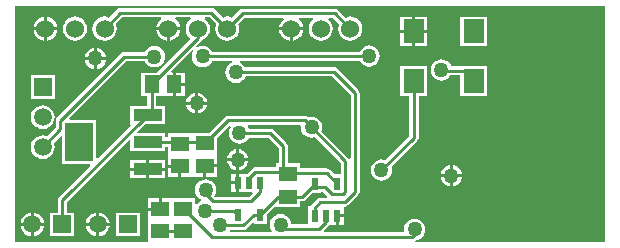
<source format=gtl>
G04 Layer_Physical_Order=1*
G04 Layer_Color=255*
%FSLAX24Y24*%
%MOIN*%
G70*
G01*
G75*
%ADD10R,0.0591X0.0512*%
%ADD11R,0.0236X0.0413*%
%ADD12R,0.0700X0.0790*%
%ADD13R,0.0512X0.0591*%
%ADD14R,0.0945X0.0394*%
%ADD15R,0.0945X0.1299*%
%ADD16C,0.0100*%
%ADD17R,0.0591X0.0591*%
%ADD18C,0.0591*%
%ADD19R,0.0591X0.0591*%
%ADD20C,0.0600*%
%ADD21C,0.0500*%
G36*
X9543Y3865D02*
X9539Y3829D01*
X9551Y3737D01*
X9586Y3652D01*
X9642Y3579D01*
X9715Y3523D01*
X9800Y3488D01*
X9892Y3476D01*
X9983Y3488D01*
X10007Y3498D01*
X10863Y2641D01*
Y2256D01*
X10658D01*
X10499Y2414D01*
X10450Y2447D01*
X10391Y2458D01*
X9509D01*
Y2620D01*
X9100D01*
Y3209D01*
X9088Y3267D01*
X9055Y3317D01*
X8632Y3740D01*
X8582Y3773D01*
X8524Y3785D01*
X7806D01*
X7796Y3808D01*
X7762Y3852D01*
X7787Y3902D01*
X9510D01*
X9543Y3865D01*
D02*
G37*
G36*
X5967Y6384D02*
X5954Y6367D01*
X5919Y6282D01*
X5907Y6191D01*
X5919Y6100D01*
X5954Y6014D01*
X6010Y5941D01*
X6083Y5885D01*
X6168Y5850D01*
X6260Y5838D01*
X6351Y5850D01*
X6436Y5885D01*
X6509Y5941D01*
X6566Y6014D01*
X6575Y6038D01*
X7241D01*
X7251Y5988D01*
X7196Y5965D01*
X7122Y5909D01*
X7066Y5836D01*
X7031Y5751D01*
X7019Y5659D01*
X7031Y5568D01*
X7066Y5483D01*
X7122Y5410D01*
X7196Y5354D01*
X7281Y5318D01*
X7372Y5306D01*
X7463Y5318D01*
X7549Y5354D01*
X7622Y5410D01*
X7678Y5483D01*
X7696Y5526D01*
X10567D01*
X11195Y4897D01*
Y2796D01*
X11145Y2781D01*
X11124Y2812D01*
X10223Y3714D01*
X10233Y3737D01*
X10245Y3829D01*
X10233Y3920D01*
X10197Y4005D01*
X10141Y4078D01*
X10068Y4134D01*
X9983Y4170D01*
X9892Y4182D01*
X9800Y4170D01*
X9777Y4160D01*
X9773Y4163D01*
X9724Y4196D01*
X9665Y4208D01*
X7106D01*
X7048Y4196D01*
X6998Y4163D01*
X6478Y3643D01*
X5943D01*
Y3643D01*
X5897Y3633D01*
Y3633D01*
X5107D01*
Y3490D01*
X5002D01*
Y3633D01*
X4102D01*
X4083Y3680D01*
X4349Y3945D01*
X5002D01*
Y4539D01*
X4720D01*
Y4861D01*
X4909D01*
X4923Y4861D01*
Y4861D01*
X4959D01*
Y4861D01*
X5265D01*
Y5256D01*
Y5651D01*
X5229D01*
X5209Y5697D01*
X5929Y6417D01*
X5967Y6384D01*
D02*
G37*
G36*
X10412Y1532D02*
X10391Y1482D01*
X10177D01*
X10119Y1470D01*
X10069Y1437D01*
X9892Y1260D01*
X9859Y1210D01*
X9855Y1193D01*
X9782D01*
Y596D01*
X9210D01*
X9200Y672D01*
X9164Y757D01*
X9108Y830D01*
X9035Y886D01*
X8950Y922D01*
X8859Y934D01*
X8767Y922D01*
X8682Y886D01*
X8609Y830D01*
X8553Y757D01*
X8518Y672D01*
X8506Y581D01*
X8518Y489D01*
X8553Y404D01*
X8571Y380D01*
X8547Y330D01*
X7187D01*
X7162Y380D01*
X7179Y406D01*
X7611D01*
X7670Y417D01*
X7719Y451D01*
X7915Y646D01*
X7961Y627D01*
Y609D01*
X8397D01*
Y917D01*
X8673Y1193D01*
X8719Y1173D01*
Y1160D01*
X9509D01*
Y1363D01*
X9567D01*
X9625Y1374D01*
X9675Y1408D01*
X9910Y1642D01*
X10218D01*
Y1672D01*
X10268Y1676D01*
X10412Y1532D01*
D02*
G37*
G36*
X19685Y0D02*
X13360D01*
X13337Y50D01*
X13358Y74D01*
X13418Y82D01*
X13503Y117D01*
X13576Y174D01*
X13633Y247D01*
X13668Y332D01*
X13680Y423D01*
X13668Y515D01*
X13633Y600D01*
X13576Y673D01*
X13503Y729D01*
X13418Y764D01*
X13327Y776D01*
X13235Y764D01*
X13150Y729D01*
X13077Y673D01*
X13021Y600D01*
X12986Y515D01*
X12974Y423D01*
X12979Y380D01*
X12936Y330D01*
X10322D01*
X10301Y380D01*
X10482Y561D01*
X10494Y579D01*
X10698D01*
Y886D01*
X10748D01*
Y936D01*
X10966D01*
Y1176D01*
X10994D01*
X11053Y1187D01*
X11102Y1221D01*
X11457Y1575D01*
X11490Y1625D01*
X11501Y1683D01*
Y4961D01*
X11490Y5019D01*
X11457Y5069D01*
X10738Y5787D01*
X10688Y5820D01*
X10630Y5832D01*
X7679D01*
X7678Y5836D01*
X7622Y5909D01*
X7549Y5965D01*
X7493Y5988D01*
X7503Y6038D01*
X11500D01*
X11505Y6024D01*
X11561Y5951D01*
X11635Y5895D01*
X11720Y5860D01*
X11811Y5848D01*
X11902Y5860D01*
X11988Y5895D01*
X12061Y5951D01*
X12117Y6024D01*
X12152Y6109D01*
X12164Y6201D01*
X12152Y6292D01*
X12117Y6377D01*
X12061Y6450D01*
X11988Y6507D01*
X11902Y6542D01*
X11811Y6554D01*
X11720Y6542D01*
X11635Y6507D01*
X11561Y6450D01*
X11505Y6377D01*
X11491Y6344D01*
X6575D01*
X6566Y6367D01*
X6509Y6441D01*
X6436Y6497D01*
X6351Y6532D01*
X6260Y6544D01*
X6168Y6532D01*
X6083Y6497D01*
X6066Y6484D01*
X6033Y6521D01*
X6211Y6698D01*
X6238Y6739D01*
X6304Y6767D01*
X6388Y6831D01*
X6452Y6914D01*
X6492Y7012D01*
X6506Y7116D01*
X6492Y7221D01*
X6452Y7318D01*
X6388Y7401D01*
X6331Y7445D01*
X6348Y7495D01*
X6492D01*
X6717Y7269D01*
X6697Y7221D01*
X6683Y7116D01*
X6697Y7012D01*
X6737Y6914D01*
X6801Y6831D01*
X6885Y6767D01*
X6982Y6726D01*
X7087Y6713D01*
X7191Y6726D01*
X7288Y6767D01*
X7372Y6831D01*
X7436Y6914D01*
X7476Y7012D01*
X7490Y7116D01*
X7476Y7221D01*
X7456Y7269D01*
X7662Y7475D01*
X8941D01*
X8958Y7425D01*
X8927Y7401D01*
X8863Y7318D01*
X8823Y7221D01*
X8816Y7166D01*
X9609D01*
X9602Y7221D01*
X9562Y7318D01*
X9498Y7401D01*
X9467Y7425D01*
X9484Y7475D01*
X9925D01*
X9942Y7425D01*
X9912Y7401D01*
X9847Y7318D01*
X9807Y7221D01*
X9793Y7116D01*
X9807Y7012D01*
X9847Y6914D01*
X9912Y6831D01*
X9995Y6767D01*
X10092Y6726D01*
X10197Y6713D01*
X10301Y6726D01*
X10399Y6767D01*
X10482Y6831D01*
X10546Y6914D01*
X10587Y7012D01*
X10600Y7116D01*
X10587Y7221D01*
X10546Y7318D01*
X10482Y7401D01*
X10451Y7425D01*
X10468Y7475D01*
X10606D01*
X10812Y7269D01*
X10791Y7221D01*
X10778Y7116D01*
X10791Y7012D01*
X10832Y6914D01*
X10896Y6831D01*
X10979Y6767D01*
X11077Y6726D01*
X11181Y6713D01*
X11286Y6726D01*
X11383Y6767D01*
X11466Y6831D01*
X11530Y6914D01*
X11571Y7012D01*
X11585Y7116D01*
X11571Y7221D01*
X11530Y7318D01*
X11466Y7401D01*
X11383Y7466D01*
X11286Y7506D01*
X11181Y7520D01*
X11077Y7506D01*
X11028Y7486D01*
X10777Y7736D01*
X10728Y7769D01*
X10669Y7781D01*
X7598D01*
X7540Y7769D01*
X7490Y7736D01*
X7240Y7486D01*
X7191Y7506D01*
X7087Y7520D01*
X6982Y7506D01*
X6933Y7486D01*
X6663Y7756D01*
X6614Y7789D01*
X6555Y7801D01*
X3524D01*
X3465Y7789D01*
X3415Y7756D01*
X3145Y7486D01*
X3097Y7506D01*
X2992Y7520D01*
X2888Y7506D01*
X2790Y7466D01*
X2707Y7401D01*
X2643Y7318D01*
X2602Y7221D01*
X2589Y7116D01*
X2602Y7012D01*
X2643Y6914D01*
X2707Y6831D01*
X2790Y6767D01*
X2888Y6726D01*
X2992Y6713D01*
X3097Y6726D01*
X3194Y6767D01*
X3277Y6831D01*
X3342Y6914D01*
X3382Y7012D01*
X3396Y7116D01*
X3382Y7221D01*
X3362Y7269D01*
X3587Y7495D01*
X4872D01*
X4889Y7445D01*
X4833Y7401D01*
X4769Y7318D01*
X4728Y7221D01*
X4721Y7166D01*
X5515D01*
X5508Y7221D01*
X5468Y7318D01*
X5403Y7401D01*
X5347Y7445D01*
X5364Y7495D01*
X5857D01*
X5873Y7445D01*
X5817Y7401D01*
X5753Y7318D01*
X5713Y7221D01*
X5699Y7116D01*
X5713Y7012D01*
X5753Y6914D01*
X5817Y6831D01*
X5840Y6813D01*
X5843Y6764D01*
X4731Y5651D01*
X4211D01*
Y4861D01*
X4414D01*
Y4539D01*
X3857D01*
Y3945D01*
X3857D01*
X3874Y3903D01*
X2764Y2794D01*
X2718Y2813D01*
Y4086D01*
X1843D01*
X1824Y4132D01*
X3719Y6028D01*
X4340D01*
X4350Y6005D01*
X4406Y5931D01*
X4479Y5875D01*
X4564Y5840D01*
X4656Y5828D01*
X4747Y5840D01*
X4832Y5875D01*
X4905Y5931D01*
X4961Y6005D01*
X4997Y6090D01*
X5009Y6181D01*
X4997Y6272D01*
X4961Y6358D01*
X4905Y6431D01*
X4832Y6487D01*
X4747Y6522D01*
X4656Y6534D01*
X4564Y6522D01*
X4479Y6487D01*
X4406Y6431D01*
X4350Y6358D01*
X4340Y6334D01*
X3656D01*
X3597Y6322D01*
X3548Y6289D01*
X1415Y4157D01*
X1382Y4107D01*
X1370Y4048D01*
Y3819D01*
X1085Y3533D01*
X1038Y3552D01*
X935Y3566D01*
X832Y3552D01*
X736Y3513D01*
X653Y3449D01*
X590Y3367D01*
X550Y3271D01*
X536Y3167D01*
X550Y3064D01*
X590Y2968D01*
X653Y2885D01*
X736Y2822D01*
X832Y2782D01*
X935Y2769D01*
X1038Y2782D01*
X1134Y2822D01*
X1217Y2885D01*
X1280Y2968D01*
X1320Y3064D01*
X1334Y3167D01*
X1320Y3271D01*
X1301Y3317D01*
X1527Y3543D01*
X1573Y3524D01*
Y2587D01*
X2492D01*
X2512Y2541D01*
X1477Y1506D01*
X1443Y1456D01*
X1432Y1398D01*
Y986D01*
X1189D01*
Y195D01*
X1980D01*
Y986D01*
X1738D01*
Y1334D01*
X3810Y3407D01*
X3857Y3388D01*
Y3040D01*
X5002D01*
Y3184D01*
X5107D01*
Y2935D01*
X5107Y2922D01*
Y2885D01*
X5107Y2872D01*
Y2580D01*
X5502D01*
Y2530D01*
X5552D01*
Y2174D01*
X5897D01*
Y2174D01*
X5943Y2183D01*
X5947Y2183D01*
X6289D01*
Y2539D01*
X6339D01*
Y2589D01*
X6734D01*
Y2882D01*
X6734Y2895D01*
Y2932D01*
X6734Y2945D01*
Y3466D01*
X7148Y3881D01*
X7174Y3878D01*
X7197Y3824D01*
X7184Y3808D01*
X7149Y3723D01*
X7137Y3632D01*
X7149Y3541D01*
X7184Y3455D01*
X7241Y3382D01*
X7314Y3326D01*
X7399Y3291D01*
X7490Y3279D01*
X7582Y3291D01*
X7667Y3326D01*
X7740Y3382D01*
X7796Y3455D01*
X7806Y3479D01*
X8460D01*
X8794Y3145D01*
Y2620D01*
X8719D01*
Y2488D01*
X7999D01*
X7940Y2476D01*
X7891Y2443D01*
X7733Y2285D01*
X7481D01*
Y1978D01*
Y1672D01*
X7906D01*
X7925Y1625D01*
X7811Y1511D01*
X6687D01*
X6651Y1548D01*
X6664Y1566D01*
X6699Y1651D01*
X6711Y1742D01*
X6699Y1833D01*
X6664Y1919D01*
X6608Y1992D01*
X6535Y2048D01*
X6450Y2083D01*
X6358Y2095D01*
X6267Y2083D01*
X6182Y2048D01*
X6109Y1992D01*
X6053Y1919D01*
X6017Y1833D01*
X6005Y1742D01*
X6017Y1651D01*
X6053Y1566D01*
X6109Y1493D01*
X6182Y1436D01*
X6220Y1421D01*
X6219Y1367D01*
X6153Y1339D01*
X6079Y1283D01*
X6065Y1265D01*
X6015Y1282D01*
Y1458D01*
X5238D01*
Y1458D01*
X4893D01*
Y1102D01*
X4843D01*
Y1052D01*
X4447D01*
Y760D01*
X4447Y746D01*
X4447D01*
Y710D01*
X4447D01*
Y0D01*
X0D01*
Y7874D01*
X19685D01*
Y0D01*
D02*
G37*
%LPC*%
G36*
X13755Y5869D02*
X12855D01*
Y4879D01*
X13152D01*
Y3546D01*
X12339Y2733D01*
X12316Y2743D01*
X12224Y2755D01*
X12133Y2743D01*
X12048Y2707D01*
X11975Y2651D01*
X11919Y2578D01*
X11883Y2493D01*
X11871Y2402D01*
X11883Y2310D01*
X11919Y2225D01*
X11975Y2152D01*
X12048Y2096D01*
X12133Y2061D01*
X12224Y2049D01*
X12316Y2061D01*
X12401Y2096D01*
X12474Y2152D01*
X12530Y2225D01*
X12565Y2310D01*
X12577Y2402D01*
X12565Y2493D01*
X12556Y2517D01*
X13413Y3374D01*
X13446Y3424D01*
X13458Y3482D01*
Y4879D01*
X13755D01*
Y5869D01*
D02*
G37*
G36*
X5452Y2480D02*
X5107D01*
Y2174D01*
X5452D01*
Y2480D01*
D02*
G37*
G36*
X5002Y2728D02*
X4479D01*
Y2481D01*
X5002D01*
Y2728D01*
D02*
G37*
G36*
X7381Y2285D02*
X7213D01*
Y2028D01*
X7381D01*
Y2285D01*
D02*
G37*
G36*
X4379Y2381D02*
X3857D01*
Y2134D01*
X4379D01*
Y2381D01*
D02*
G37*
G36*
X5002D02*
X4479D01*
Y2134D01*
X5002D01*
Y2381D01*
D02*
G37*
G36*
X14507Y2561D02*
X14466Y2556D01*
X14381Y2520D01*
X14307Y2464D01*
X14251Y2391D01*
X14216Y2306D01*
X14211Y2265D01*
X14507D01*
Y2561D01*
D02*
G37*
G36*
X14607D02*
Y2265D01*
X14904D01*
X14898Y2306D01*
X14863Y2391D01*
X14807Y2464D01*
X14734Y2520D01*
X14648Y2556D01*
X14607Y2561D01*
D02*
G37*
G36*
X7381Y2696D02*
X7085D01*
X7090Y2655D01*
X7125Y2570D01*
X7181Y2496D01*
X7255Y2440D01*
X7340Y2405D01*
X7381Y2400D01*
Y2696D01*
D02*
G37*
G36*
X6734Y2489D02*
X6389D01*
Y2183D01*
X6734D01*
Y2489D01*
D02*
G37*
G36*
X4379Y2728D02*
X3857D01*
Y2481D01*
X4379D01*
Y2728D01*
D02*
G37*
G36*
X7778Y2696D02*
X7481D01*
Y2400D01*
X7522Y2405D01*
X7608Y2440D01*
X7681Y2496D01*
X7737Y2570D01*
X7772Y2655D01*
X7778Y2696D01*
D02*
G37*
G36*
X3162Y541D02*
X2820D01*
Y198D01*
X2873Y205D01*
X2969Y245D01*
X3052Y309D01*
X3115Y391D01*
X3155Y487D01*
X3162Y541D01*
D02*
G37*
G36*
X10966Y836D02*
X10798D01*
Y579D01*
X10966D01*
Y836D01*
D02*
G37*
G36*
X535Y983D02*
X481Y976D01*
X385Y936D01*
X303Y872D01*
X239Y790D01*
X200Y694D01*
X193Y641D01*
X535D01*
Y983D01*
D02*
G37*
G36*
X977Y541D02*
X635D01*
Y198D01*
X688Y205D01*
X784Y245D01*
X867Y309D01*
X930Y391D01*
X970Y487D01*
X977Y541D01*
D02*
G37*
G36*
X4165Y986D02*
X3374D01*
Y195D01*
X4165D01*
Y986D01*
D02*
G37*
G36*
X535Y541D02*
X193D01*
X200Y487D01*
X239Y391D01*
X303Y309D01*
X385Y245D01*
X481Y205D01*
X535Y198D01*
Y541D01*
D02*
G37*
G36*
X2720D02*
X2378D01*
X2385Y487D01*
X2424Y391D01*
X2488Y309D01*
X2570Y245D01*
X2666Y205D01*
X2720Y198D01*
Y541D01*
D02*
G37*
G36*
X7381Y1928D02*
X7213D01*
Y1672D01*
X7381D01*
Y1928D01*
D02*
G37*
G36*
X14507Y2165D02*
X14211D01*
X14216Y2123D01*
X14251Y2038D01*
X14307Y1965D01*
X14381Y1909D01*
X14466Y1874D01*
X14507Y1868D01*
Y2165D01*
D02*
G37*
G36*
X14904D02*
X14607D01*
Y1868D01*
X14648Y1874D01*
X14734Y1909D01*
X14807Y1965D01*
X14863Y2038D01*
X14898Y2123D01*
X14904Y2165D01*
D02*
G37*
G36*
X4793Y1458D02*
X4447D01*
Y1152D01*
X4793D01*
Y1458D01*
D02*
G37*
G36*
X2720Y983D02*
X2666Y976D01*
X2570Y936D01*
X2488Y872D01*
X2424Y790D01*
X2385Y694D01*
X2378Y641D01*
X2720D01*
Y983D01*
D02*
G37*
G36*
X635D02*
Y641D01*
X977D01*
X970Y694D01*
X930Y790D01*
X867Y872D01*
X784Y936D01*
X688Y976D01*
X635Y983D01*
D02*
G37*
G36*
X2820D02*
Y641D01*
X3162D01*
X3155Y694D01*
X3115Y790D01*
X3052Y872D01*
X2969Y936D01*
X2873Y976D01*
X2820Y983D01*
D02*
G37*
G36*
X7381Y3092D02*
X7340Y3087D01*
X7255Y3052D01*
X7181Y2996D01*
X7125Y2923D01*
X7090Y2837D01*
X7085Y2796D01*
X7381D01*
Y3092D01*
D02*
G37*
G36*
X974Y7066D02*
X627D01*
X634Y7012D01*
X674Y6914D01*
X738Y6831D01*
X822Y6767D01*
X919Y6726D01*
X974Y6719D01*
Y7066D01*
D02*
G37*
G36*
X1420D02*
X1074D01*
Y6719D01*
X1128Y6726D01*
X1225Y6767D01*
X1309Y6831D01*
X1373Y6914D01*
X1413Y7012D01*
X1420Y7066D01*
D02*
G37*
G36*
X5068D02*
X4721D01*
X4728Y7012D01*
X4769Y6914D01*
X4833Y6831D01*
X4916Y6767D01*
X5014Y6726D01*
X5068Y6719D01*
Y7066D01*
D02*
G37*
G36*
X2008Y7520D02*
X1903Y7506D01*
X1806Y7466D01*
X1723Y7401D01*
X1658Y7318D01*
X1618Y7221D01*
X1604Y7116D01*
X1618Y7012D01*
X1658Y6914D01*
X1723Y6831D01*
X1806Y6767D01*
X1903Y6726D01*
X2008Y6713D01*
X2112Y6726D01*
X2210Y6767D01*
X2293Y6831D01*
X2357Y6914D01*
X2398Y7012D01*
X2411Y7116D01*
X2398Y7221D01*
X2357Y7318D01*
X2293Y7401D01*
X2210Y7466D01*
X2112Y7506D01*
X2008Y7520D01*
D02*
G37*
G36*
X13255Y6974D02*
X12855D01*
Y6529D01*
X13255D01*
Y6974D01*
D02*
G37*
G36*
X13755D02*
X13355D01*
Y6529D01*
X13755D01*
Y6974D01*
D02*
G37*
G36*
X15755Y7519D02*
X14855D01*
Y6529D01*
X15755D01*
Y7519D01*
D02*
G37*
G36*
X13755D02*
X13355D01*
Y7074D01*
X13755D01*
Y7519D01*
D02*
G37*
G36*
X974Y7513D02*
X919Y7506D01*
X822Y7466D01*
X738Y7401D01*
X674Y7318D01*
X634Y7221D01*
X627Y7166D01*
X974D01*
Y7513D01*
D02*
G37*
G36*
X1074D02*
Y7166D01*
X1420D01*
X1413Y7221D01*
X1373Y7318D01*
X1309Y7401D01*
X1225Y7466D01*
X1128Y7506D01*
X1074Y7513D01*
D02*
G37*
G36*
X13255Y7519D02*
X12855D01*
Y7074D01*
X13255D01*
Y7519D01*
D02*
G37*
G36*
X5515Y7066D02*
X5168D01*
Y6719D01*
X5223Y6726D01*
X5320Y6767D01*
X5403Y6831D01*
X5468Y6914D01*
X5508Y7012D01*
X5515Y7066D01*
D02*
G37*
G36*
X9163D02*
X8816D01*
X8823Y7012D01*
X8863Y6914D01*
X8927Y6831D01*
X9011Y6767D01*
X9108Y6726D01*
X9163Y6719D01*
Y7066D01*
D02*
G37*
G36*
X9609D02*
X9263D01*
Y6719D01*
X9317Y6726D01*
X9414Y6767D01*
X9498Y6831D01*
X9562Y6914D01*
X9602Y7012D01*
X9609Y7066D01*
D02*
G37*
G36*
X6013Y4982D02*
X5972Y4977D01*
X5886Y4942D01*
X5813Y4885D01*
X5757Y4812D01*
X5722Y4727D01*
X5717Y4686D01*
X6013D01*
Y4982D01*
D02*
G37*
G36*
X6113D02*
Y4686D01*
X6409D01*
X6404Y4727D01*
X6369Y4812D01*
X6313Y4885D01*
X6240Y4942D01*
X6154Y4977D01*
X6113Y4982D01*
D02*
G37*
G36*
X1330Y5563D02*
X540D01*
Y4772D01*
X1330D01*
Y5563D01*
D02*
G37*
G36*
X6409Y4586D02*
X6113D01*
Y4289D01*
X6154Y4295D01*
X6240Y4330D01*
X6313Y4386D01*
X6369Y4459D01*
X6404Y4544D01*
X6409Y4586D01*
D02*
G37*
G36*
X7481Y3092D02*
Y2796D01*
X7778D01*
X7772Y2837D01*
X7737Y2923D01*
X7681Y2996D01*
X7608Y3052D01*
X7522Y3087D01*
X7481Y3092D01*
D02*
G37*
G36*
X935Y4566D02*
X832Y4552D01*
X736Y4513D01*
X653Y4449D01*
X590Y4367D01*
X550Y4271D01*
X536Y4167D01*
X550Y4064D01*
X590Y3968D01*
X653Y3885D01*
X736Y3822D01*
X832Y3782D01*
X935Y3769D01*
X1038Y3782D01*
X1134Y3822D01*
X1217Y3885D01*
X1280Y3968D01*
X1320Y4064D01*
X1334Y4167D01*
X1320Y4271D01*
X1280Y4367D01*
X1217Y4449D01*
X1134Y4513D01*
X1038Y4552D01*
X935Y4566D01*
D02*
G37*
G36*
X6013Y4586D02*
X5717D01*
X5722Y4544D01*
X5757Y4459D01*
X5813Y4386D01*
X5886Y4330D01*
X5972Y4295D01*
X6013Y4289D01*
Y4586D01*
D02*
G37*
G36*
X3033Y6072D02*
X2737D01*
Y5776D01*
X2778Y5781D01*
X2864Y5816D01*
X2937Y5872D01*
X2993Y5946D01*
X3028Y6031D01*
X3033Y6072D01*
D02*
G37*
G36*
X2637Y6468D02*
X2596Y6463D01*
X2510Y6428D01*
X2437Y6372D01*
X2381Y6299D01*
X2346Y6213D01*
X2341Y6172D01*
X2637D01*
Y6468D01*
D02*
G37*
G36*
X2737D02*
Y6172D01*
X3033D01*
X3028Y6213D01*
X2993Y6299D01*
X2937Y6372D01*
X2864Y6428D01*
X2778Y6463D01*
X2737Y6468D01*
D02*
G37*
G36*
X2637Y6072D02*
X2341D01*
X2346Y6031D01*
X2381Y5946D01*
X2437Y5872D01*
X2510Y5816D01*
X2596Y5781D01*
X2637Y5776D01*
Y6072D01*
D02*
G37*
G36*
X5671Y5206D02*
X5365D01*
Y4861D01*
X5671D01*
Y5206D01*
D02*
G37*
G36*
X14223Y6091D02*
X14132Y6079D01*
X14047Y6044D01*
X13974Y5988D01*
X13917Y5915D01*
X13882Y5830D01*
X13870Y5738D01*
X13882Y5647D01*
X13917Y5562D01*
X13974Y5489D01*
X14047Y5433D01*
X14132Y5397D01*
X14223Y5385D01*
X14315Y5397D01*
X14400Y5433D01*
X14473Y5489D01*
X14524Y5556D01*
X14855D01*
Y4879D01*
X15755D01*
Y5869D01*
X14855D01*
Y5862D01*
X14551D01*
X14529Y5915D01*
X14473Y5988D01*
X14400Y6044D01*
X14315Y6079D01*
X14223Y6091D01*
D02*
G37*
G36*
X5671Y5651D02*
X5365D01*
Y5306D01*
X5671D01*
Y5651D01*
D02*
G37*
%LPD*%
D10*
X4843Y354D02*
D03*
Y1102D02*
D03*
X5620Y354D02*
D03*
Y1102D02*
D03*
X9114Y2264D02*
D03*
Y1516D02*
D03*
X6339Y2539D02*
D03*
Y3287D02*
D03*
X5502Y2530D02*
D03*
Y3278D02*
D03*
D11*
X7431Y1978D02*
D03*
X7805D02*
D03*
X8179D02*
D03*
X7431Y915D02*
D03*
X8179D02*
D03*
X10748Y886D02*
D03*
X10374D02*
D03*
X10000D02*
D03*
X10748Y1949D02*
D03*
X10000D02*
D03*
D12*
X13305Y7024D02*
D03*
Y5374D02*
D03*
X15305Y7024D02*
D03*
Y5374D02*
D03*
D13*
X5315Y5256D02*
D03*
X4567D02*
D03*
D14*
X4429Y2431D02*
D03*
Y3337D02*
D03*
Y4242D02*
D03*
D15*
X2146Y3337D02*
D03*
D16*
X6289Y1693D02*
X6624Y1358D01*
X13327Y346D02*
Y423D01*
Y346D02*
X13367Y306D01*
X13238Y177D02*
X13367Y306D01*
X6561Y177D02*
X13238D01*
X7999Y2335D02*
X9043D01*
X9114Y2264D01*
X8947Y2431D02*
X9043Y2335D01*
X7490Y3632D02*
X8524D01*
X8947Y3209D01*
Y2431D02*
Y3209D01*
X9665Y4055D02*
X9892Y3829D01*
X7106Y4055D02*
X9665D01*
X6339Y3287D02*
X7106Y4055D01*
X7372Y5659D02*
X7392Y5679D01*
X10630D01*
X11348Y4961D01*
X12224Y2402D02*
X13305Y3482D01*
X11348Y1683D02*
Y4961D01*
X10994Y1329D02*
X11348Y1683D01*
X10177Y1329D02*
X10994D01*
X10000Y1152D02*
X10177Y1329D01*
X10000Y886D02*
Y1152D01*
X6851Y581D02*
X6873Y559D01*
X7611D01*
X7968Y915D01*
X8179D01*
X7313Y1034D02*
X7431Y915D01*
X6329Y1034D02*
X7313D01*
X6624Y1358D02*
X7874D01*
X8179Y1663D01*
Y1978D01*
X5635Y1102D02*
X6561Y177D01*
X10329Y1831D02*
X10568Y1592D01*
X10000Y1831D02*
X10329D01*
X10928Y1592D02*
X11016Y1680D01*
X10568Y1592D02*
X10928D01*
X10000Y1831D02*
Y1949D01*
X9892Y3829D02*
X11016Y2704D01*
Y1680D02*
Y2704D01*
X8859Y581D02*
X8997Y443D01*
X10148D01*
X10374Y669D01*
Y886D01*
X13305Y3482D02*
Y5374D01*
X14223Y5738D02*
X14253Y5709D01*
X14970D01*
X15305Y5374D01*
X9970Y856D02*
X10000Y886D01*
X11801Y6191D02*
X11811Y6201D01*
X6260Y6191D02*
X11801D01*
X3656Y6181D02*
X4656D01*
X1523Y4048D02*
X3656Y6181D01*
X1523Y3756D02*
Y4048D01*
X935Y3167D02*
X1523Y3756D01*
X5620Y1102D02*
X5635D01*
X4429Y3337D02*
X6289D01*
X5620Y354D02*
X5620Y354D01*
X4843Y354D02*
X5620D01*
X8179Y915D02*
X8780Y1516D01*
X9114D01*
X9567D02*
X10000Y1949D01*
X9114Y1516D02*
X9567D01*
X9156Y2306D02*
X10391D01*
X7805Y2141D02*
X7999Y2335D01*
X7805Y1978D02*
Y2141D01*
X10391Y2306D02*
X10748Y1949D01*
X1585Y591D02*
Y1398D01*
X4429Y4242D01*
X6102Y6807D02*
Y7116D01*
X4567Y5271D02*
X6102Y6807D01*
X4567Y5256D02*
Y5271D01*
Y4380D02*
Y5256D01*
X4429Y4242D02*
X4567Y4380D01*
X10669Y7628D02*
X11181Y7116D01*
X7598Y7628D02*
X10669D01*
X7087Y7116D02*
X7598Y7628D01*
X6555Y7648D02*
X7087Y7116D01*
X3524Y7648D02*
X6555D01*
X2992Y7116D02*
X3524Y7648D01*
X6339Y1742D02*
X6358D01*
X6289Y1693D02*
X6339Y1742D01*
D17*
X935Y5167D02*
D03*
D18*
Y4167D02*
D03*
Y3167D02*
D03*
X2770Y591D02*
D03*
X585D02*
D03*
D19*
X3770D02*
D03*
X1585D02*
D03*
D20*
X9213Y7116D02*
D03*
X10197D02*
D03*
X11181D02*
D03*
X5118D02*
D03*
X6102D02*
D03*
X7087D02*
D03*
X1024D02*
D03*
X2008D02*
D03*
X2992D02*
D03*
D21*
X7431Y2746D02*
D03*
X2687Y6122D02*
D03*
X6063Y4636D02*
D03*
X14557Y2215D02*
D03*
X13327Y423D02*
D03*
X7490Y3632D02*
D03*
X7372Y5659D02*
D03*
X12224Y2402D02*
D03*
X6851Y581D02*
D03*
X6329Y1034D02*
D03*
X8859Y581D02*
D03*
X14223Y5738D02*
D03*
X9892Y3829D02*
D03*
X11811Y6201D02*
D03*
X6260Y6191D02*
D03*
X4656Y6181D02*
D03*
X6358Y1742D02*
D03*
M02*

</source>
